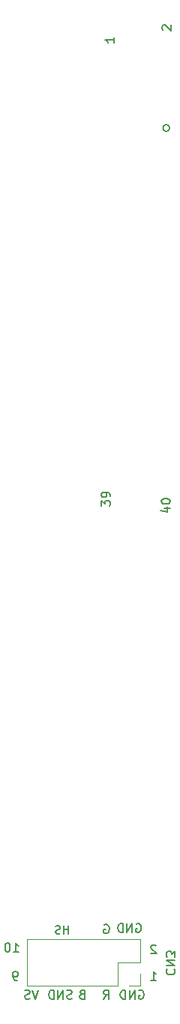
<source format=gbr>
%TF.GenerationSoftware,KiCad,Pcbnew,5.1.5+dfsg1-2build2*%
%TF.CreationDate,2021-10-05T23:16:15-04:00*%
%TF.ProjectId,coco3,636f636f-332e-46b6-9963-61645f706362,1.1.0*%
%TF.SameCoordinates,Original*%
%TF.FileFunction,Legend,Bot*%
%TF.FilePolarity,Positive*%
%FSLAX46Y46*%
G04 Gerber Fmt 4.6, Leading zero omitted, Abs format (unit mm)*
G04 Created by KiCad (PCBNEW 5.1.5+dfsg1-2build2) date 2021-10-05 23:16:15*
%MOMM*%
%LPD*%
G04 APERTURE LIST*
%ADD10C,0.150000*%
%ADD11C,0.152400*%
%ADD12C,0.120000*%
G04 APERTURE END LIST*
D10*
X305515685Y-156826380D02*
X306087114Y-156826380D01*
X305801400Y-156826380D02*
X305801400Y-155826380D01*
X305896638Y-155969238D01*
X305991876Y-156064476D01*
X306087114Y-156112095D01*
X306087114Y-152921619D02*
X306039495Y-152874000D01*
X305944257Y-152826380D01*
X305706161Y-152826380D01*
X305610923Y-152874000D01*
X305563304Y-152921619D01*
X305515685Y-153016857D01*
X305515685Y-153112095D01*
X305563304Y-153254952D01*
X306134733Y-153826380D01*
X305515685Y-153826380D01*
X289991876Y-153626380D02*
X290563304Y-153626380D01*
X290277590Y-153626380D02*
X290277590Y-152626380D01*
X290372828Y-152769238D01*
X290468066Y-152864476D01*
X290563304Y-152912095D01*
X289372828Y-152626380D02*
X289277590Y-152626380D01*
X289182352Y-152674000D01*
X289134733Y-152721619D01*
X289087114Y-152816857D01*
X289039495Y-153007333D01*
X289039495Y-153245428D01*
X289087114Y-153435904D01*
X289134733Y-153531142D01*
X289182352Y-153578761D01*
X289277590Y-153626380D01*
X289372828Y-153626380D01*
X289468066Y-153578761D01*
X289515685Y-153531142D01*
X289563304Y-153435904D01*
X289610923Y-153245428D01*
X289610923Y-153007333D01*
X289563304Y-152816857D01*
X289515685Y-152721619D01*
X289468066Y-152674000D01*
X289372828Y-152626380D01*
X290391876Y-156826380D02*
X290201400Y-156826380D01*
X290106161Y-156778761D01*
X290058542Y-156731142D01*
X289963304Y-156588285D01*
X289915685Y-156397809D01*
X289915685Y-156016857D01*
X289963304Y-155921619D01*
X290010923Y-155874000D01*
X290106161Y-155826380D01*
X290296638Y-155826380D01*
X290391876Y-155874000D01*
X290439495Y-155921619D01*
X290487114Y-156016857D01*
X290487114Y-156254952D01*
X290439495Y-156350190D01*
X290391876Y-156397809D01*
X290296638Y-156445428D01*
X290106161Y-156445428D01*
X290010923Y-156397809D01*
X289963304Y-156350190D01*
X289915685Y-156254952D01*
X304163304Y-157974000D02*
X304258542Y-157926380D01*
X304401400Y-157926380D01*
X304544257Y-157974000D01*
X304639495Y-158069238D01*
X304687114Y-158164476D01*
X304734733Y-158354952D01*
X304734733Y-158497809D01*
X304687114Y-158688285D01*
X304639495Y-158783523D01*
X304544257Y-158878761D01*
X304401400Y-158926380D01*
X304306161Y-158926380D01*
X304163304Y-158878761D01*
X304115685Y-158831142D01*
X304115685Y-158497809D01*
X304306161Y-158497809D01*
X303687114Y-158926380D02*
X303687114Y-157926380D01*
X303115685Y-158926380D01*
X303115685Y-157926380D01*
X302639495Y-158926380D02*
X302639495Y-157926380D01*
X302401400Y-157926380D01*
X302258542Y-157974000D01*
X302163304Y-158069238D01*
X302115685Y-158164476D01*
X302068066Y-158354952D01*
X302068066Y-158497809D01*
X302115685Y-158688285D01*
X302163304Y-158783523D01*
X302258542Y-158878761D01*
X302401400Y-158926380D01*
X302639495Y-158926380D01*
X303863304Y-150474000D02*
X303958542Y-150426380D01*
X304101400Y-150426380D01*
X304244257Y-150474000D01*
X304339495Y-150569238D01*
X304387114Y-150664476D01*
X304434733Y-150854952D01*
X304434733Y-150997809D01*
X304387114Y-151188285D01*
X304339495Y-151283523D01*
X304244257Y-151378761D01*
X304101400Y-151426380D01*
X304006161Y-151426380D01*
X303863304Y-151378761D01*
X303815685Y-151331142D01*
X303815685Y-150997809D01*
X304006161Y-150997809D01*
X303387114Y-151426380D02*
X303387114Y-150426380D01*
X302815685Y-151426380D01*
X302815685Y-150426380D01*
X302339495Y-151426380D02*
X302339495Y-150426380D01*
X302101400Y-150426380D01*
X301958542Y-150474000D01*
X301863304Y-150569238D01*
X301815685Y-150664476D01*
X301768066Y-150854952D01*
X301768066Y-150997809D01*
X301815685Y-151188285D01*
X301863304Y-151283523D01*
X301958542Y-151378761D01*
X302101400Y-151426380D01*
X302339495Y-151426380D01*
X300191876Y-158926380D02*
X300525209Y-158450190D01*
X300763304Y-158926380D02*
X300763304Y-157926380D01*
X300382352Y-157926380D01*
X300287114Y-157974000D01*
X300239495Y-158021619D01*
X300191876Y-158116857D01*
X300191876Y-158259714D01*
X300239495Y-158354952D01*
X300287114Y-158402571D01*
X300382352Y-158450190D01*
X300763304Y-158450190D01*
X297729971Y-158402571D02*
X297587114Y-158450190D01*
X297539495Y-158497809D01*
X297491876Y-158593047D01*
X297491876Y-158735904D01*
X297539495Y-158831142D01*
X297587114Y-158878761D01*
X297682352Y-158926380D01*
X298063304Y-158926380D01*
X298063304Y-157926380D01*
X297729971Y-157926380D01*
X297634733Y-157974000D01*
X297587114Y-158021619D01*
X297539495Y-158116857D01*
X297539495Y-158212095D01*
X297587114Y-158307333D01*
X297634733Y-158354952D01*
X297729971Y-158402571D01*
X298063304Y-158402571D01*
X296610923Y-158878761D02*
X296468066Y-158926380D01*
X296229971Y-158926380D01*
X296134733Y-158878761D01*
X296087114Y-158831142D01*
X296039495Y-158735904D01*
X296039495Y-158640666D01*
X296087114Y-158545428D01*
X296134733Y-158497809D01*
X296229971Y-158450190D01*
X296420447Y-158402571D01*
X296515685Y-158354952D01*
X296563304Y-158307333D01*
X296610923Y-158212095D01*
X296610923Y-158116857D01*
X296563304Y-158021619D01*
X296515685Y-157974000D01*
X296420447Y-157926380D01*
X296182352Y-157926380D01*
X296039495Y-157974000D01*
X295610923Y-158926380D02*
X295610923Y-157926380D01*
X295039495Y-158926380D01*
X295039495Y-157926380D01*
X294563304Y-158926380D02*
X294563304Y-157926380D01*
X294325209Y-157926380D01*
X294182352Y-157974000D01*
X294087114Y-158069238D01*
X294039495Y-158164476D01*
X293991876Y-158354952D01*
X293991876Y-158497809D01*
X294039495Y-158688285D01*
X294087114Y-158783523D01*
X294182352Y-158878761D01*
X294325209Y-158926380D01*
X294563304Y-158926380D01*
X292810923Y-157926380D02*
X292477590Y-158926380D01*
X292144257Y-157926380D01*
X291858542Y-158878761D02*
X291715685Y-158926380D01*
X291477590Y-158926380D01*
X291382352Y-158878761D01*
X291334733Y-158831142D01*
X291287114Y-158735904D01*
X291287114Y-158640666D01*
X291334733Y-158545428D01*
X291382352Y-158497809D01*
X291477590Y-158450190D01*
X291668066Y-158402571D01*
X291763304Y-158354952D01*
X291810923Y-158307333D01*
X291858542Y-158212095D01*
X291858542Y-158116857D01*
X291810923Y-158021619D01*
X291763304Y-157974000D01*
X291668066Y-157926380D01*
X291429971Y-157926380D01*
X291287114Y-157974000D01*
X296187114Y-151581142D02*
X296187114Y-150681142D01*
X296187114Y-151109714D02*
X295672828Y-151109714D01*
X295672828Y-151581142D02*
X295672828Y-150681142D01*
X295287114Y-151538285D02*
X295158542Y-151581142D01*
X294944257Y-151581142D01*
X294858542Y-151538285D01*
X294815685Y-151495428D01*
X294772828Y-151409714D01*
X294772828Y-151324000D01*
X294815685Y-151238285D01*
X294858542Y-151195428D01*
X294944257Y-151152571D01*
X295115685Y-151109714D01*
X295201400Y-151066857D01*
X295244257Y-151024000D01*
X295287114Y-150938285D01*
X295287114Y-150852571D01*
X295244257Y-150766857D01*
X295201400Y-150724000D01*
X295115685Y-150681142D01*
X294901400Y-150681142D01*
X294772828Y-150724000D01*
X300239495Y-150574000D02*
X300334733Y-150526380D01*
X300477590Y-150526380D01*
X300620447Y-150574000D01*
X300715685Y-150669238D01*
X300763304Y-150764476D01*
X300810923Y-150954952D01*
X300810923Y-151097809D01*
X300763304Y-151288285D01*
X300715685Y-151383523D01*
X300620447Y-151478761D01*
X300477590Y-151526380D01*
X300382352Y-151526380D01*
X300239495Y-151478761D01*
X300191876Y-151431142D01*
X300191876Y-151097809D01*
X300382352Y-151097809D01*
D11*
%TO.C,CN1*%
X307632000Y-60699000D02*
G75*
G03X307632000Y-60699000I-381000J0D01*
G01*
D12*
%TO.C,CN3*%
X304331000Y-157404000D02*
X304331000Y-156074000D01*
X303001000Y-157404000D02*
X304331000Y-157404000D01*
X304331000Y-154804000D02*
X304331000Y-152204000D01*
X301731000Y-154804000D02*
X304331000Y-154804000D01*
X301731000Y-157404000D02*
X301731000Y-154804000D01*
X304331000Y-152204000D02*
X291511000Y-152204000D01*
X301731000Y-157404000D02*
X291511000Y-157404000D01*
X291511000Y-157404000D02*
X291511000Y-152204000D01*
%TO.C,CN1*%
D10*
X299923380Y-103343523D02*
X299923380Y-102724476D01*
X300304333Y-103057809D01*
X300304333Y-102914952D01*
X300351952Y-102819714D01*
X300399571Y-102772095D01*
X300494809Y-102724476D01*
X300732904Y-102724476D01*
X300828142Y-102772095D01*
X300875761Y-102819714D01*
X300923380Y-102914952D01*
X300923380Y-103200666D01*
X300875761Y-103295904D01*
X300828142Y-103343523D01*
X300923380Y-102248285D02*
X300923380Y-102057809D01*
X300875761Y-101962571D01*
X300828142Y-101914952D01*
X300685285Y-101819714D01*
X300494809Y-101772095D01*
X300113857Y-101772095D01*
X300018619Y-101819714D01*
X299971000Y-101867333D01*
X299923380Y-101962571D01*
X299923380Y-102153047D01*
X299971000Y-102248285D01*
X300018619Y-102295904D01*
X300113857Y-102343523D01*
X300351952Y-102343523D01*
X300447190Y-102295904D01*
X300494809Y-102248285D01*
X300542428Y-102153047D01*
X300542428Y-101962571D01*
X300494809Y-101867333D01*
X300447190Y-101819714D01*
X300351952Y-101772095D01*
X307016714Y-103559714D02*
X307683380Y-103559714D01*
X306635761Y-103797809D02*
X307350047Y-104035904D01*
X307350047Y-103416857D01*
X306683380Y-102845428D02*
X306683380Y-102750190D01*
X306731000Y-102654952D01*
X306778619Y-102607333D01*
X306873857Y-102559714D01*
X307064333Y-102512095D01*
X307302428Y-102512095D01*
X307492904Y-102559714D01*
X307588142Y-102607333D01*
X307635761Y-102654952D01*
X307683380Y-102750190D01*
X307683380Y-102845428D01*
X307635761Y-102940666D01*
X307588142Y-102988285D01*
X307492904Y-103035904D01*
X307302428Y-103083523D01*
X307064333Y-103083523D01*
X306873857Y-103035904D01*
X306778619Y-102988285D01*
X306731000Y-102940666D01*
X306683380Y-102845428D01*
X301353380Y-50488285D02*
X301353380Y-51059714D01*
X301353380Y-50774000D02*
X300353380Y-50774000D01*
X300496238Y-50869238D01*
X300591476Y-50964476D01*
X300639095Y-51059714D01*
X306878619Y-49659714D02*
X306831000Y-49612095D01*
X306783380Y-49516857D01*
X306783380Y-49278761D01*
X306831000Y-49183523D01*
X306878619Y-49135904D01*
X306973857Y-49088285D01*
X307069095Y-49088285D01*
X307211952Y-49135904D01*
X307783380Y-49707333D01*
X307783380Y-49088285D01*
%TO.C,CN3*%
X307344257Y-155564476D02*
X307296638Y-155612095D01*
X307249019Y-155754952D01*
X307249019Y-155850190D01*
X307296638Y-155993047D01*
X307391876Y-156088285D01*
X307487114Y-156135904D01*
X307677590Y-156183523D01*
X307820447Y-156183523D01*
X308010923Y-156135904D01*
X308106161Y-156088285D01*
X308201400Y-155993047D01*
X308249019Y-155850190D01*
X308249019Y-155754952D01*
X308201400Y-155612095D01*
X308153780Y-155564476D01*
X307249019Y-155135904D02*
X308249019Y-155135904D01*
X307249019Y-154564476D01*
X308249019Y-154564476D01*
X308249019Y-154183523D02*
X308249019Y-153564476D01*
X307868066Y-153897809D01*
X307868066Y-153754952D01*
X307820447Y-153659714D01*
X307772828Y-153612095D01*
X307677590Y-153564476D01*
X307439495Y-153564476D01*
X307344257Y-153612095D01*
X307296638Y-153659714D01*
X307249019Y-153754952D01*
X307249019Y-154040666D01*
X307296638Y-154135904D01*
X307344257Y-154183523D01*
%TD*%
M02*

</source>
